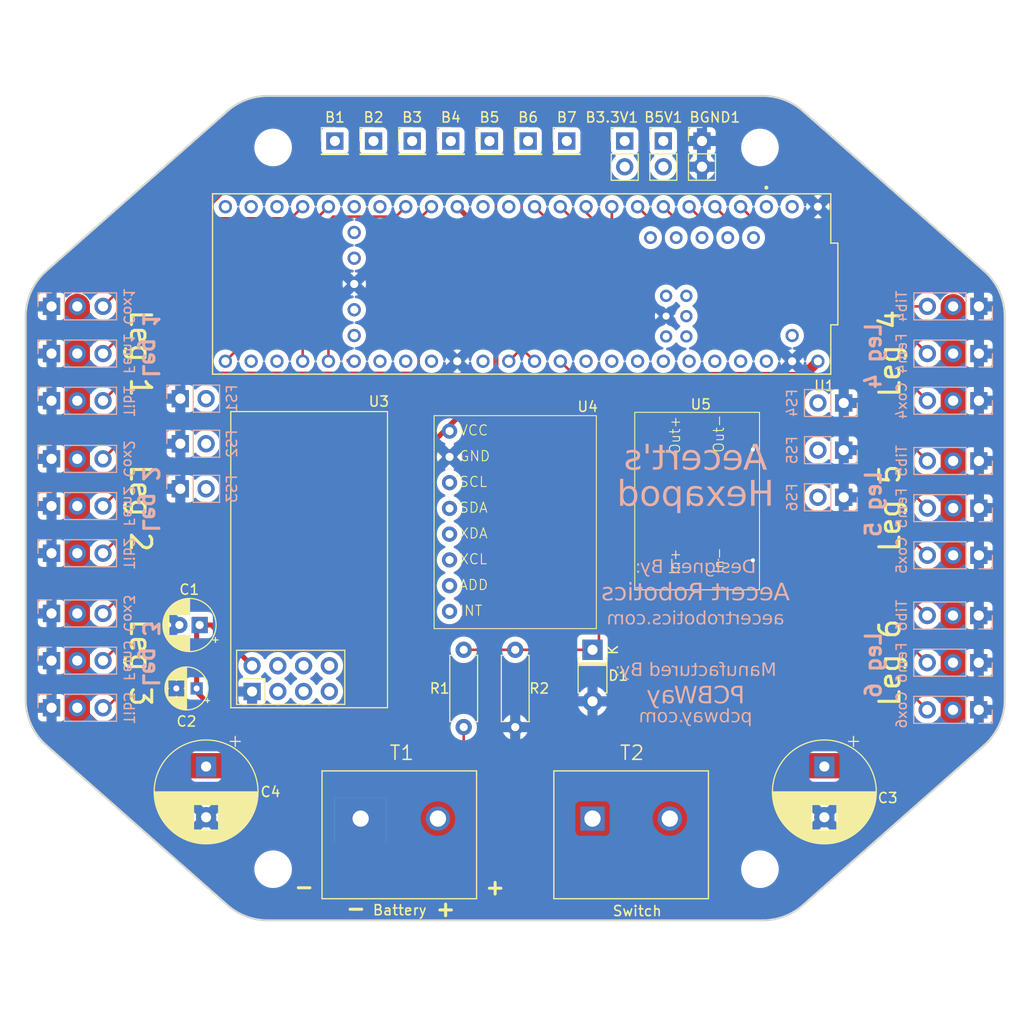
<source format=kicad_pcb>
(kicad_pcb (version 20221018) (generator pcbnew)
  (layers (0 "F.Cu" mixed) (1 "In1.Cu" mixed "In.Cu") (2 "In2.Cu" mixed) (31 "B.Cu" power "Ground.Cu") (34 "B.Paste" user) (35 "F.Paste" user) (36 "B.SilkS" user "B.Silkscreen") (37 "F.SilkS" user "F.Silkscreen") (38 "B.Mask" user) (39 "F.Mask" user) (44 "Edge.Cuts" user))
  (net 0 "")
  (net 3 "+3.3V")
  (net 12 "+5V")
  (net 15 "Net-(U1-USB_GND-PadUSB_GND1)")
  (net 17 "MOSI")
  (net 18 "MISO")
  (net 19 "SCK")
  (net 20 "Gyro SDA")
  (net 21 "Gyro SCL")
  (net 22 "CE")
  (net 23 "CSN")
  (net 25 "GND")
  (net 26 "Leg1 Coxa")
  (net 27 "Leg1 Femur")
  (net 28 "Leg1 Tibia")
  (net 29 "+BATT")
  (net 30 "Leg2 Coxa")
  (net 31 "Leg2 Femur")
  (net 32 "Leg2 Tibia")
  (net 33 "Leg3 Coxa")
  (net 34 "Leg3 Femur")
  (net 35 "Leg3 Tibia")
  (net 36 "Leg4 Coxa")
  (net 37 "Leg4 Femur")
  (net 38 "Leg4 Tibia")
  (net 39 "Leg5 Coxa")
  (net 40 "Leg5 Femur")
  (net 41 "Leg5 Tibia")
  (net 42 "Leg6 Coxa")
  (net 43 "Leg6 Femur")
  (net 44 "Leg6 Tibia")
  (net 45 "Teensy VIN")
  (net 51 "Battery Voltage Divider")
  (net 52 "Net-(T1-Pad2)")
  (net 53 "FS1")
  (net 54 "FS2")
  (net 55 "FS3")
  (net 56 "FS4")
  (net 57 "FS5")
  (net 58 "FS6")
  (net 59 "B1")
  (net 60 "B2")
  (net 61 "B3")
  (net 62 "B4")
  (net 63 "B5")
  (net 64 "B6")
  (net 65 "B7")
  (footprint "Connector_PinHeader_2.54mm:PinHeader_1x02_P2.54mm_Vertical" (layer "F.Cu") (at 161.925 65.4)
    (fp_text reference "BGND1")
    (fp_text value "Conn_01x02")
  )
  (footprint "Buck Converter 5V MP1584EN:Buck Converter 5V MP1584EN" (layer "F.Cu") (at 169.626 100.9015 90)
    (fp_text reference "U5")
    (fp_text value "Buck Converter 5V MP1584EN")
  )
  (footprint "MountingHole:MountingHole_3.2mm_M3" (layer "F.Cu") (at 167.64 137.202 90)
    (fp_text reference "H3" hide)
    (fp_text value "MountingHole")
  )
  (footprint "Connector_PinHeader_2.54mm:PinHeader_1x01_P2.54mm_Vertical" (layer "F.Cu") (at 148.59 65.405)
    (fp_text reference "B7")
    (fp_text value "Conn_01x01")
  )
  (footprint "Connector_PinHeader_2.54mm:PinHeader_1x01_P2.54mm_Vertical" (layer "F.Cu") (at 133.35 65.405)
    (fp_text reference "B3")
    (fp_text value "Conn_01x01")
  )
  (footprint "Connector_PinHeader_2.54mm:PinHeader_1x01_P2.54mm_Vertical" (layer "F.Cu") (at 144.78 65.405)
    (fp_text reference "B6")
    (fp_text value "Conn_01x01")
  )
  (footprint "MountingHole:MountingHole_3.2mm_M3" (layer "F.Cu") (at 119.64 66.04 90)
    (fp_text reference "H2" hide)
    (fp_text value "MountingHole")
  )
  (footprint "MountingHole:MountingHole_3.2mm_M3" (layer "F.Cu") (at 167.64 66.039999 90)
    (fp_text reference "H4" hide)
    (fp_text value "MountingHole")
  )
  (footprint "Connector_PinHeader_2.54mm:PinHeader_1x02_P2.54mm_Vertical" (layer "F.Cu") (at 158.115 65.4)
    (fp_text reference "B5V1")
    (fp_text value "Conn_01x02")
  )
  (footprint "MPU6050 THT:MPU6050 THT" (layer "F.Cu") (at 143.256 115.597)
    (fp_text reference "U4")
    (fp_text value "Gyro MPU6050")
  )
  (footprint "Resistor_THT:R_Axial_DIN0207_L6.3mm_D2.5mm_P7.62mm_Horizontal" (layer "F.Cu") (at 143.51 115.57 -90)
    (fp_text reference "R2")
    (fp_text value "R2")
  )
  (footprint "Capacitor_THT:CP_Radial_D10.0mm_P5.00mm" (layer "F.Cu") (at 113.03 127.08 -90)
    (fp_text reference "C4")
    (fp_text value "16V 1000uf")
  )
  (footprint "Connector_PinHeader_2.54mm:PinHeader_1x01_P2.54mm_Vertical" (layer "F.Cu") (at 129.54 65.405)
    (fp_text reference "B2")
    (fp_text value "Conn_01x01")
  )
  (footprint "Connector_PinHeader_2.54mm:PinHeader_1x01_P2.54mm_Vertical" (layer "F.Cu") (at 140.97 65.405)
    (fp_text reference "B5")
    (fp_text value "Conn_01x01")
  )
  (footprint "Terminal 2 Pin:CUI_TB005-762-02BE" (layer "F.Cu") (at 128.27 132.2125)
    (fp_text reference "T1")
    (fp_text value "Battery")
  )
  (footprint "MountingHole:MountingHole_3.2mm_M3" (layer "F.Cu") (at 119.640001 137.202 90)
    (fp_text reference "H1" hide)
    (fp_text value "MountingHole")
  )
  (footprint "Connector_PinHeader_2.54mm:PinHeader_1x01_P2.54mm_Vertical" (layer "F.Cu") (at 137.16 65.405)
    (fp_text reference "B4")
    (fp_text value "Conn_01x01")
  )
  (footprint "Connector_PinHeader_2.54mm:PinHeader_1x01_P2.54mm_Vertical" (layer "F.Cu") (at 125.73 65.405)
    (fp_text reference "B1")
    (fp_text value "Conn_01x01")
  )
  (footprint "Terminal 2 Pin:CUI_TB005-762-02BE" (layer "F.Cu") (at 151.13 132.2125)
    (fp_text reference "T2")
    (fp_text value "Switch")
  )
  (footprint "Capacitor_THT:CP_Radial_D4.0mm_P2.00mm" (layer "F.Cu") (at 112.0976 119.380001 180)
    (fp_text reference "C2")
    (fp_text value "50V 0.1uF")
  )
  (footprint "LOGO" (layer "F.Cu") (at 172.391472 113.876982)
    (fp_text reference "G***" hide)
    (fp_text value "LOGO" hide)
  )
  (footprint "Capacitor_THT:CP_Radial_D5.0mm_P2.00mm" (layer "F.Cu") (at 112.395 113.125 180)
    (fp_text reference "C1")
    (fp_text value "50V 10uF")
  )
  (footprint "Resistor_THT:R_Axial_DIN0207_L6.3mm_D2.5mm_P7.62mm_Horizontal" (layer "F.Cu") (at 138.43 123.19 90)
    (fp_text reference "R1")
    (fp_text value "R1")
  )
  (footprint "Diode_THT:D_T-1_P5.08mm_Horizontal" (layer "F.Cu") (at 151.13 115.57 -90)
    (fp_text reference "D1")
    (fp_text value "D_Zener")
  )
  (footprint "Connector_PinHeader_2.54mm:PinHeader_1x02_P2.54mm_Vertical" (layer "F.Cu") (at 154.305 65.405)
    (fp_text reference "B3.3V1")
    (fp_text value "Conn_01x02")
  )
  (footprint "Capacitor_THT:CP_Radial_D10.0mm_P5.00mm" (layer "F.Cu") (at 173.99 127.08 -90)
    (fp_text reference "C3")
    (fp_text value "16V 1000uf")
  )
  (footprint "RF_Module:nRF24L01_Breakout" (layer "F.Cu") (at 117.565 119.68 90)
    (fp_text reference "U3")
    (fp_text value "NRF24L01_Breakout")
  )
  (footprint "Teensy 4.1:MODULE_DEV-16771" (layer "F.Cu") (at 144.145 79.5 180)
    (fp_text reference "U1")
    (fp_text value "DEV-16771")
  )
  (footprint "Connector_PinHeader_2.54mm:PinHeader_1x03_P2.54mm_Vertical" (layer "B.Cu") (at 97.79 96.745001 -90)
    (fp_text reference "Cox2")
    (fp_text value "Conn_01x03")
  )
  (footprint "Connector_PinHeader_2.54mm:PinHeader_1x03_P2.54mm_Vertical" (layer "B.Cu") (at 189.21498 121.490001 90)
    (fp_text reference "Cox6")
    (fp_text value "Conn_01x03")
  )
  (footprint "Connector_PinHeader_2.54mm:PinHeader_1x03_P2.54mm_Vertical" (layer "B.Cu") (at 97.79 106.045001 -90)
    (fp_text reference "Tib2")
    (fp_text value "Conn_01x03")
  )
  (footprint "Connector_PinHeader_2.54mm:PinHeader_1x02_P2.54mm_Vertical" (layer "B.Cu") (at 175.9 91.235 90)
    (fp_text reference "FS4")
    (fp_text value "Foot Switch 4")
  )
  (footprint "Connector_PinHeader_2.54mm:PinHeader_1x03_P2.54mm_Vertical" (layer "B.Cu") (at 189.230001 106.25 90)
    (fp_text reference "Cox5")
    (fp_text value "Conn_01x03")
  )
  (footprint "Connector_PinHeader_2.54mm:PinHeader_1x03_P2.54mm_Vertical" (layer "B.Cu") (at 97.790001 91.01 -90)
    (fp_text reference "Tib1")
    (fp_text value "Conn_01x03")
  )
  (footprint "Connector_PinHeader_2.54mm:PinHeader_1x03_P2.54mm_Vertical" (layer "B.Cu") (at 189.23 86.36 90)
    (fp_text reference "Fem4")
    (fp_text value "Conn_01x03")
  )
  (footprint "Connector_PinHeader_2.54mm:PinHeader_1x03_P2.54mm_Vertical" (layer "B.Cu") (at 97.789999 116.635 -90)
    (fp_text reference "Fem3")
    (fp_text value "Conn_01x03")
  )
  (footprint "Connector_PinHeader_2.54mm:PinHeader_1x03_P2.54mm_Vertical" (layer "B.Cu") (at 189.214997 112.189999 90)
    (fp_text reference "Tib6")
    (fp_text value "Conn_01x03")
  )
  (footprint "Connector_PinHeader_2.54mm:PinHeader_1x03_P2.54mm_Vertical" (layer "B.Cu") (at 189.23 101.6 90)
    (fp_text reference "Fem5")
    (fp_text value "Conn_01x03")
  )
  (footprint "Connector_PinHeader_2.54mm:PinHeader_1x03_P2.54mm_Vertical" (layer "B.Cu") (at 97.790001 81.71 -90)
    (fp_text reference "Cox1")
    (fp_text value "Conn_01x03")
  )
  (footprint "Connector_PinHeader_2.54mm:PinHeader_1x02_P2.54mm_Vertical" (layer "B.Cu") (at 110.495 95.25 -90)
    (fp_text reference "FS2")
    (fp_text value "Foot Switch 2")
  )
  (footprint "Connector_PinHeader_2.54mm:PinHeader_1x02_P2.54mm_Vertical" (layer "B.Cu") (at 175.900001 95.885 90)
    (fp_text reference "FS5")
    (fp_text value "Foot Switch 5")
  )
  (footprint "Connector_PinHeader_2.54mm:PinHeader_1x03_P2.54mm_Vertical" (layer "B.Cu") (at 189.229992 91.01001 90)
    (fp_text reference "Cox4")
    (fp_text value "Conn_01x03")
  )
  (footprint "Connector_PinHeader_2.54mm:PinHeader_1x03_P2.54mm_Vertical" (layer "B.Cu") (at 97.790001 101.395 -90)
    (fp_text reference "Fem2")
    (fp_text value "Conn_01x03")
  )
  (footprint "Connector_PinHeader_2.54mm:PinHeader_1x03_P2.54mm_Vertical" (layer "B.Cu") (at 189.230001 96.95 90)
    (fp_text reference "Tib5")
    (fp_text value "Conn_01x03")
  )
  (footprint "Connector_PinHeader_2.54mm:PinHeader_1x03_P2.54mm_Vertical" (layer "B.Cu") (at 97.79 86.36 -90)
    (fp_text reference "Fem1")
    (fp_text value "Conn_01x03")
  )
  (footprint "Connector_PinHeader_2.54mm:PinHeader_1x03_P2.54mm_Vertical" (layer "B.Cu") (at 97.79 111.985 -90)
    (fp_text reference "Cox3")
    (fp_text value "Conn_01x03")
  )
  (footprint "Connector_PinHeader_2.54mm:PinHeader_1x02_P2.54mm_Vertical" (layer "B.Cu") (at 110.49 90.805 -90)
    (fp_text reference "FS1")
    (fp_text value "Foot Switch 1")
  )
  (footprint "Connector_PinHeader_2.54mm:PinHeader_1x03_P2.54mm_Vertical" (layer "B.Cu") (at 97.79 121.285 -90)
    (fp_text reference "Tib3")
    (fp_text value "Conn_01x03")
  )
  (footprint "Connector_PinHeader_2.54mm:PinHeader_1x02_P2.54mm_Vertical" (layer "B.Cu") (at 110.49 99.695 -90)
    (fp_text reference "FS3")
    (fp_text value "Foot Switch 3")
  )
  (footprint "Connector_PinHeader_2.54mm:PinHeader_1x02_P2.54mm_Vertical" (layer "B.Cu") (at 175.9 100.535 90)
    (fp_text reference "FS6")
    (fp_text value "Foot Switch 6")
  )
  (footprint "Connector_PinHeader_2.54mm:PinHeader_1x03_P2.54mm_Vertical" (layer "B.Cu") (at 189.215 116.84 90)
    (fp_text reference "Fem6")
    (fp_text value "Conn_01x03")
  )
  (footprint "Connector_PinHeader_2.54mm:PinHeader_1x03_P2.54mm_Vertical" (layer "B.Cu") (at 189.230008 81.710011 90)
    (fp_text reference "Tib4")
    (fp_text value "Conn_01x03")
  )
  (gr_line (start 115.138897 140.739027) (end 97.28027 124.981416) (stroke (width 0.2)) (layer "Edge.Cuts"))
  (gr_arc (start 115.138897 62.460973) (mid 116.98662 61.347782) (end 119.108627 60.96) (stroke (width 0.2)) (layer "Edge.Cuts"))
  (gr_arc (start 95.25 82.717612) (mid 95.781066 80.249652) (end 97.28027 78.218584) (stroke (width 0.2)) (layer "Edge.Cuts"))
  (gr_arc (start 191.77 120.482388) (mid 191.238934 122.950348) (end 189.73973 124.981416) (stroke (width 0.2)) (layer "Edge.Cuts"))
  (gr_arc (start 97.28027 124.981416) (mid 95.781074 122.950344) (end 95.25 120.482388) (stroke (width 0.2)) (layer "Edge.Cuts"))
  (gr_arc (start 171.881103 140.739027) (mid 170.03338 141.852218) (end 167.911373 142.24) (stroke (width 0.2)) (layer "Edge.Cuts"))
  (gr_arc (start 119.108627 142.24) (mid 116.986614 141.852234) (end 115.138897 140.739027) (stroke (width 0.2)) (layer "Edge.Cuts"))
  (gr_line (start 97.28027 78.218584) (end 115.138897 62.460973) (stroke (width 0.2)) (layer "Edge.Cuts"))
  (gr_line (start 191.77 82.717612) (end 191.77 120.482388) (stroke (width 0.2)) (layer "Edge.Cuts"))
  (gr_arc (start 167.911373 60.96) (mid 170.033386 61.347766) (end 171.881103 62.460973) (stroke (width 0.2)) (layer "Edge.Cuts"))
  (gr_line (start 119.108627 60.96) (end 167.911373 60.96) (stroke (width 0.2)) (layer "Edge.Cuts"))
  (gr_line (start 95.25 120.482388) (end 95.25 82.717612) (stroke (width 0.2)) (layer "Edge.Cuts"))
  (gr_line (start 171.881103 62.460973) (end 189.73973 78.218584) (stroke (width 0.2)) (layer "Edge.Cuts"))
  (gr_arc (start 189.73973 78.218584) (mid 191.238926 80.249656) (end 191.77 82.717612) (stroke (width 0.2)) (layer "Edge.Cuts"))
  (gr_line (start 167.911373 142.24) (end 119.108627 142.24) (stroke (width 0.2)) (layer "Edge.Cuts"))
  (gr_line (start 189.73973 124.981416) (end 171.881103 140.739027) (stroke (width 0.2)) (layer "Edge.Cuts"))
  (gr_text "Designed By:" (at 161.29 107.442) (layer "B.SilkS") (effects (font (size 1.3 1.3)) (justify mirror)))
  (gr_text "Manufactured By:" (at 161.29 117.602) (layer "B.SilkS") (effects (font (size 1.3 1.3)) (justify mirror)))
  (gr_text "pcbway.com" (at 161.29 122.174) (layer "B.SilkS") (effects (font (size 1.3 1.3) (thickness 0.23)) (justify mirror)))
  (gr_text "Leg 1" (at 106.68 88.9 -90) (layer "B.SilkS") (effects (font (size 1.5 1.5) (thickness 0.3) bold) (justify left bottom mirror)))
  (gr_text "Leg 6" (at 179.705 113.665 90) (layer "B.SilkS") (effects (font (size 1.5 1.5) (thickness 0.3) bold) (justify left bottom mirror)))
  (gr_text "Leg 2" (at 106.68 104.14 -90) (layer "B.SilkS") (effects (font (size 1.5 1.5) (thickness 0.3) bold) (justify left bottom mirror)))
  (gr_text "PCBWay" (at 161.29 120.142) (layer "B.SilkS") (effects (font (size 1.7 1.7) (thickness 0.23)) (justify mirror)))
  (gr_text "Aecert's" (at 161.29 96.774) (layer "B.SilkS") (effects (font (size 2.5 2.5) (thickness 0.25)) (justify mirror)))
  (gr_text "Hexapod" (at 161.29 100.33) (layer "B.SilkS") (effects (font (size 2.5 2.5) (thickness 0.25)) (justify mirror)))
  (gr_text "Leg 4" (at 179.705 83.185001 90) (layer "B.SilkS") (effects (font (size 1.5 1.5) (thickness 0.3) bold) (justify left bottom mirror)))
  (gr_text "Aecert Robotics" (at 161.29 109.982) (layer "B.SilkS") (effects (font (size 1.7 1.7) (thickness 0.23)) (justify mirror)))
  (gr_text "Leg 3" (at 106.68 119.38 -90) (layer "B.SilkS") (effects (font (size 1.5 1.5) (thickness 0.3) bold) (justify left bottom mirror)))
  (gr_text "aecertrobotics.com" (at 161.29 112.522) (layer "B.SilkS") (effects (font (size 1.3 1.3) (thickness 0.23)) (justify mirror)))
  (gr_text "Leg 5" (at 179.705 97.79 90) (layer "B.SilkS") (effects (font (size 1.5 1.5) (thickness 0.3) bold) (justify left bottom mirror)))
  (gr_text "Switch\n" (at 153.035 141.908246) (layer "F.SilkS") (effects (font (size 1 1)) (justify left bottom)))
  (gr_text "Leg 2" (at 105.41 101.6 270) (layer "F.SilkS") (effects (font (size 2 2) (thickness 0.3) bold) (justify bottom)))
  (gr_text "Leg 3" (at 105.41 116.84 270) (layer "F.SilkS") (effects (font (size 2 2) (thickness 0.3) bold) (justify bottom)))
  (gr_text "Battery\n" (at 132.125721 141.825631) (layer "F.SilkS") (effects (font (size 1 1)) (justify bottom)))
  (gr_text "+" (at 142.654557 139.847825) (layer "F.SilkS") (effects (font (size 1.5 1.5) (thickness 0.3)) (justify left bottom mirror)))
  (gr_text "Leg 6" (at 181.61 116.84 90) (layer "F.SilkS") (effects (font (size 2 2) (thickness 0.3) bold) (justify bottom)))
  (gr_text "Leg 1" (at 105.41 86.36 270) (layer "F.SilkS") (effects (font (size 2 2) (thickness 0.3) bold) (justify bottom)))
  (gr_text "Leg 5" (at 181.61 101.6 90) (layer "F.SilkS") (effects (font (size 2 2) (thickness 0.3) bold) (justify bottom)))
  (gr_text "-" (at 123.82072 139.804125) (layer "F.SilkS") (effects (font (size 1.5 1.5) (thickness 0.3) bold) (justify left bottom mirror)))
  (gr_text "-" (at 128.927442 141.921528) (layer "F.SilkS") (effects (font (size 1.5 1.5) (thickness 0.3) bold) (justify left bottom mirror)))
  (gr_text "+" (at 137.774768 141.988049) (layer "F.SilkS") (effects (font (size 1.5 1.5) (thickness 0.3)) (justify left bottom mirror)))
  (gr_text "Leg 4" (at 181.61 86.36 90) (layer "F.SilkS") (effects (font (size 2 2) (thickness 0.3) bold) (justify bottom)))
  (segment (start 117.265 116.84) (end 117.565 117.14) (width 0.25) (layer "F.Cu") (net 3))
  (segment (start 112.0976 119.7176) (end 115.57 123.19) (width 0.5) (layer "F.Cu") (net 3))
  (segment (start 112.0976 119.380001) (end 112.0976 119.7176) (width 0.5) (layer "F.Cu") (net 3))
  (segment (start 112.0976 113.4224) (end 112.395 113.125) (width 0.5) (layer "F.Cu") (net 3))
  (segment (start 141.605 88.899999) (end 137.034 93.470999) (width 0.5) (layer "F.Cu") (net 3))
  (segment (start 115.57 123.19) (end 128.27 123.19) (width 0.5) (layer "F.Cu") (net 3))
  (segment (start 112.395 113.125) (end 113.55 113.125) (width 0.5) (layer "F.Cu") (net 3))
  (segment (start 113.55 113.125) (end 117.565 117.14) (width 0.5) (layer "F.Cu") (net 3))
  (segment (start 137.034 93.470999) (end 137.034 94.007) (width 0.5) (layer "F.Cu") (net 3))
  (segment (start 128.27 123.19) (end 133.985 117.475) (width 0.5) (layer "F.Cu") (net 3))
  (segment (start 133.985 96.519999) (end 141.605 88.899999) (width 0.5) (layer "F.Cu") (net 3))
  (segment (start 141.605 88.899999) (end 141.605 75.69) (width 0.5) (layer "F.Cu") (net 3))
  (segment (start 141.605 75.69) (end 137.795 71.88) (width 0.5) (layer "F.Cu") (net 3))
  (segment (start 112.0976 119.380001) (end 112.0976 113.4224) (width 0.5) (layer "F.Cu") (net 3))
  (segment (start 133.985 117.475) (end 133.985 96.519999) (width 0.5) (layer "F.Cu") (net 3))
  (segment (start 122.645 117.139999) (end 122.645 116.923949) (width 0.25) (layer "F.Cu") (net 17))
  (segment (start 120.105 117.14) (end 120.825344 117.139999) (width 0.25) (layer "F.Cu") (net 23))
  (via (at 166.944 106.7435) (size 0.8) (drill 0.4) (layers "F.Cu" "B.Cu") (net 25))
  (via (at 166.944 95.8215) (size 0.8) (drill 0.4) (layers "F.Cu" "B.Cu") (net 25))
  (segment (start 179.07 85.734772) (end 172.369228 79.034) (width 0.25) (layer "F.Cu") (net 26))
  (segment (start 179.07 116.425021) (end 179.07 85.734772) (width 0.25) (layer "F.Cu") (net 26))
  (segment (start 152.569 79.034) (end 145.415 71.88) (width 0.25) (layer "F.Cu") (net 26))
  (segment (start 184.13498 121.490001) (end 179.07 116.425021) (width 0.25) (layer "F.Cu") (net 26))
  (segment (start 172.369228 79.034) (end 152.569 79.034) (width 0.25) (layer "F.Cu") (net 26))
  (segment (start 172.555624 78.584) (end 154.659 78.584) (width 0.25) (layer "F.Cu") (net 27))
  (segment (start 184.135 116.84) (end 179.705 112.41) (width 0.25) (layer "F.Cu") (net 27))
  (segment (start 179.705 85.733377) (end 172.555624 78.584) (width 0.25) (layer "F.Cu") (net 27))
  (segment (start 154.659 78.584) (end 147.955 71.88) (width 0.25) (layer "F.Cu") (net 27))
  (segment (start 179.705 112.41) (end 179.705 85.733377) (width 0.25) (layer "F.Cu") (net 27))
  (segment (start 150.495 72.4525) (end 150.494999 71.88) (width 0.25) (layer "F.Cu") (net 28))
  (segment (start 172.74202 78.134) (end 156.1765 78.134) (width 0.25) (layer "F.Cu") (net 28))
  (segment (start 180.26 85.65198) (end 172.74202 78.134) (width 0.25) (layer "F.Cu") (net 28))
  (segment (start 184.134996 112.189999) (end 180.26 108.315003) (width 0.25) (layer "F.Cu") (net 28))
  (segment (start 180.26 108.315003) (end 180.26 85.65198) (width 0.25) (layer "F.Cu") (net 28))
  (segment (start 156.1765 78.134) (end 150.495 72.4525) (width 0.25) (layer "F.Cu") (net 28))
  (segment (start 155.575 127) (end 152.4 127) (width 2.5) (layer "F.Cu") (net 29))
  (segment (start 156.845 106.8245) (end 156.845 114.935) (width 2.5) (layer "F.Cu") (net 29))
  (segment (start 158.75 130.175) (end 161.925 127) (width 2.5) (layer "F.Cu") (net 29))
  (segment (start 152.4 127) (end 138.43 127) (width 2.5) (layer "F.Cu") (net 29))
  (segment (start 156.926 106.7435) (end 156.845 106.8245) (width 2.5) (layer "F.Cu") (net 29))
  (segment (start 164.465 127) (end 165.1 126.365) (width 1) (layer "F.Cu") (net 29))
  (segment (start 100.330001 81.71) (end 100.315 81.709999) (width 2) (layer "F.Cu") (net 29))
  (segment (start 156.845 114.935) (end 158.75 116.84) (width 2.5) (layer "F.Cu") (net 29))
  (segment (start 186.70502 124.44498) (end 186.70502 81.740023) (width 2.5) (layer "F.Cu") (net 29))
  (segment (start 186.70502 81.740023) (end 186.674996 81.709999) (width 2) (layer "F.Cu") (net 29))
  (segment (start 100.33 122.347057) (end 100.330001 81.71) (width 2.5) (layer "F.Cu") (net 29))
  (segment (start 138.43 127) (end 104.982943 127) (width 2.5) (layer "F.Cu") (net 29))
  (segment (start 138.43 123.19) (end 138.43 127) (width 0.25) (layer "F.Cu") (net 29))
  (segment (start 158.75 116.84) (end 158.75 130.175) (width 2.5) (layer "F.Cu") (net 29))
  (segment (start 184.15 127) (end 186.70502 124.44498) (width 2.5) (layer "F.Cu") (net 29))
  (segment (start 104.982943 127) (end 100.33 122.347057) (width 2.5) (layer "F.Cu") (net 29))
  (segment (start 158.75 130.175) (end 155.575 127) (width 2.5) (layer "F.Cu") (net 29))
  (segment (start 158.75 130.175) (end 158.75 133.4825) (width 5) (layer "F.Cu") (net 29))
  (segment (start 161.925 127) (end 184.15 127) (width 2.5) (layer "F.Cu") (net 29))
  (segment (start 153.035001 73.063769) (end 153.035001 71.88) (width 0.25) (layer "F.Cu") (net 30))
  (segment (start 157.655231 77.684) (end 153.035001 73.063769) (width 0.25) (layer "F.Cu") (net 30))
  (segment (start 172.928416 77.684) (end 157.655231 77.684) (width 0.25) (layer "F.Cu") (net 30))
  (segment (start 184.150001 106.25) (end 180.71 102.809999) (width 0.25) (layer "F.Cu") (net 30))
  (segment (start 180.71 102.809999) (end 180.71 85.465584) (width 0.25) (layer "F.Cu") (net 30))
  (segment (start 180.71 85.465584) (end 172.928416 77.684) (width 0.25) (layer "F.Cu") (net 30))
  (segment (start 158.115 74.42) (end 155.575 71.88) (width 0.25) (layer "F.Cu") (net 31))
  (segment (start 158.115 76.2) (end 158.115 74.42) (width 0.25) (layer "F.Cu") (net 31))
  (segment (start 184.150001 101.6) (end 181.16 98.61) (width 0.25) (layer "F.Cu") (net 31))
  (segment (start 173.114812 77.234) (end 159.149 77.234) (width 0.25) (layer "F.Cu") (net 31))
  (segment (start 159.149 77.234) (end 158.115 76.2) (width 0.25) (layer "F.Cu") (net 31))
  (segment (start 181.16 85.279188) (end 173.114812 77.234) (width 0.25) (layer "F.Cu") (net 31))
  (segment (start 181.16 98.61) (end 181.16 85.279188) (width 0.25) (layer "F.Cu") (net 31))
  (segment (start 184.150001 96.95) (end 181.61 94.409999) (width 0.25) (layer "F.Cu") (net 32))
  (segment (start 160.655 74.42) (end 158.115 71.88) (width 0.25) (layer "F.Cu") (net 32))
  (segment (start 173.301208 76.784) (end 161.835231 76.784) (width 0.25) (layer "F.Cu") (net 32))
  (segment (start 160.655 75.603769) (end 160.655 74.42) (width 0.25) (layer "F.Cu") (net 32))
  (segment (start 181.61 85.092792) (end 173.301208 76.784) (width 0.25) (layer "F.Cu") (net 32))
  (segment (start 161.835231 76.784) (end 160.655 75.603769) (width 0.25) (layer "F.Cu") (net 32))
  (segment (start 181.61 94.409999) (end 181.61 85.092792) (width 0.25) (layer "F.Cu") (net 32))
  (segment (start 182.245 89.105018) (end 182.245 85.091396) (width 0.25) (layer "F.Cu") (net 33))
  (segment (start 184.149992 91.01001) (end 182.245 89.105018) (width 0.25) (layer "F.Cu") (net 33))
  (segment (start 163.195 75.603769) (end 163.195 74.42) (width 0.25) (layer "F.Cu") (net 33))
  (segment (start 163.925231 76.334) (end 163.195 75.603769) (width 0.25) (layer "F.Cu") (net 33))
  (segment (start 173.487604 76.334) (end 163.925231 76.334) (width 0.25) (layer "F.Cu") (net 33))
  (segment (start 182.245 85.091396) (end 173.487604 76.334) (width 0.25) (layer "F.Cu") (net 33))
  (segment (start 163.195 74.42) (end 160.655 71.88) (width 0.25) (layer "F.Cu") (net 33))
  (segment (start 173.673302 75.884698) (end 171.448604 73.66) (width 0.25) (layer "F.Cu") (net 34))
  (segment (start 184.15 86.36) (end 173.674 75.884) (width 0.25) (layer "F.Cu") (net 34))
  (segment (start 164.975001 73.66) (end 163.195 71.879999) (width 0.25) (layer "F.Cu") (net 34))
  (segment (start 171.448604 73.66) (end 164.975001 73.66) (width 0.25) (layer "F.Cu") (net 34))
  (segment (start 165.735 71.88) (end 167.065 73.21) (width 0.25) (layer "F.Cu") (net 35))
  (segment (start 180.141951 81.710011) (end 184.150009 81.710011) (width 0.25) (layer "F.Cu") (net 35))
  (segment (start 167.065 73.21) (end 171.64194 73.21) (width 0.25) (layer "F.Cu") (net 35))
  (segment (start 171.64194 73.21) (end 180.141951 81.710011) (width 0.25) (layer "F.Cu") (net 35))
  (segment (start 102.869999 111.985) (end 107.05 107.805) (width 0.25) (layer "F.Cu") (net 36))
  (segment (start 107.05 107.805) (end 107.05 81.348378) (width 0.25) (layer "F.Cu") (net 36))
  (segment (start 113.573379 74.825) (end 118.003603 74.825) (width 0.25) (layer "F.Cu") (net 36))
  (segment (start 107.05 81.348378) (end 113.573379 74.825) (width 0.25) (layer "F.Cu") (net 36))
  (segment (start 118.003603 74.825) (end 122.554999 79.376396) (width 0.25) (layer "F.Cu") (net 36))
  (segment (start 122.554999 79.376396) (end 122.555 87.12) (width 0.25) (layer "F.Cu") (net 36))
  (segment (start 102.869999 116.635) (end 107.5 112.004999) (width 0.25) (layer "F.Cu") (net 37))
  (segment (start 116.55 75.275) (end 117.817208 76.542208) (width 0.25) (layer "F.Cu") (net 37))
  (segment (start 113.759773 75.275) (end 116.55 75.275) (width 0.25) (layer "F.Cu") (net 37))
  (segment (start 117.817208 76.542208) (end 117.817209 84.237792) (width 0.25) (layer "F.Cu") (net 37))
  (segment (start 107.5 81.534774) (end 113.759773 75.275) (width 0.25) (layer "F.Cu") (net 37))
  (segment (start 117.817209 84.237792) (end 114.935 87.12) (width 0.25) (layer "F.Cu") (net 37))
  (segment (start 107.5 112.004999) (end 107.5 81.534774) (width 0.25) (layer "F.Cu") (net 37))
  (segment (start 103.205 121.285) (end 107.95 116.54) (width 0.25) (layer "F.Cu") (net 38))
  (segment (start 107.95 116.54) (end 107.95 90.805) (width 0.25) (layer "F.Cu") (net 38))
  (segment (start 102.869999 121.285) (end 103.205 121.285) (width 0.25) (layer "F.Cu") (net 38))
  (segment (start 107.95 90.805) (end 110.49 88.265) (width 0.25) (layer "F.Cu") (net 38))
  (segment (start 133.985 87.63) (end 133.985 73.15) (width 0.25) (layer "F.Cu") (net 38))
  (segment (start 133.35 88.265) (end 133.985 87.63) (width 0.25) (layer "F.Cu") (net 38))
  (segment (start 110.49 88.265) (end 133.35 88.265) (width 0.25) (layer "F.Cu") (net 38))
  (segment (start 133.985 73.15) (end 135.255 71.88) (width 0.25) (layer "F.Cu") (net 38))
  (segment (start 123.5 73.475) (end 125.095 71.88) (width 0.25) (layer "F.Cu") (net 39))
  (segment (start 113.01419 73.475) (end 123.5 73.475) (width 0.25) (layer "F.Cu") (net 39))
  (segment (start 102.87 96.745) (end 105.7 93.915) (width 0.25) (layer "F.Cu") (net 39))
  (segment (start 105.7 93.915) (end 105.7 80.789191) (width 0.25) (layer "F.Cu") (net 39))
  (segment (start 105.7 80.789191) (end 113.01419 73.475) (width 0.25) (layer "F.Cu") (net 39))
  (segment (start 131.736 72.859) (end 132.715 71.88) (width 0.25) (layer "F.Cu") (net 40))
  (segment (start 124.490768 73.925) (end 125.556768 72.859) (width 0.25) (layer "F.Cu") (net 40))
  (segment (start 113.200586 73.925) (end 124.490768 73.925) (width 0.25) (layer "F.Cu") (net 40))
  (segment (start 125.556768 72.859) (end 131.736 72.859) (width 0.25) (layer "F.Cu") (net 40))
  (segment (start 102.870001 101.395) (end 106.15 98.115001) (width 0.25) (layer "F.Cu") (net 40))
  (segment (start 106.15 98.115001) (end 106.15 80.975586) (width 0.25) (layer "F.Cu") (net 40))
  (segment (start 106.15 80.975586) (end 113.200586 73.925) (width 0.25) (layer "F.Cu") (net 40))
  (segment (start 102.87 106.045) (end 106.6 102.315) (width 0.25) (layer "F.Cu") (net 41))
  (segment (start 125.095 81.28) (end 125.095 87.12) (width 0.25) (layer "F.Cu") (net 41))
  (segment (start 118.19 74.375) (end 125.095 81.28) (width 0.25) (layer "F.Cu") (net 41))
  (segment (start 106.6 102.315) (end 106.6 81.161982) (width 0.25) (layer "F.Cu") (net 41))
  (segment (start 106.6 81.161982) (end 113.386982 74.375) (width 0.25) (layer "F.Cu") (net 41))
  (segment (start 113.386982 74.375) (end 118.19 74.375) (width 0.25) (layer "F.Cu") (net 41))
  (segment (start 143.061396 69.400001) (end 115.180001 69.4) (width 0.25) (layer "F.Cu") (net 42))
  (segment (start 145.415 87.12) (end 144.145 85.85) (width 0.25) (layer "F.Cu") (net 42))
  (segment (start 115.180001 69.4) (end 102.870001 81.71) (width 0.25) (layer "F.Cu") (net 42))
  (segment (start 144.145 70.483604) (end 143.061396 69.400001) (width 0.25) (layer "F.Cu") (net 42))
  (segment (start 144.145 85.85) (end 144.145 70.483604) (width 0.25) (layer "F.Cu") (net 42))
  (segment (start 141.605 70.485) (end 140.97 69.85) (width 0.25) (layer "F.Cu") (net 43))
  (segment (start 140.97 69.85) (end 115.366397 69.85) (width 0.25) (layer "F.Cu") (net 43))
  (segment (start 115.366397 69.85) (end 104.8 80.416398) (width 0.25) (layer "F.Cu") (net 43))
  (segment (start 143.695 74.48) (end 141.605001 72.39) (width 0.25) (layer "F.Cu") (net 43))
  (segment (start 143.695 86.3) (end 143.695 74.48) (width 0.25) (layer "F.Cu") (net 43))
  (segment (start 141.605001 72.39) (end 141.605 70.485) (width 0.25) (layer "F.Cu") (net 43))
  (segment (start 104.8 84.43) (end 102.87 86.36) (width 0.25) (layer "F.Cu") (net 43))
  (segment (start 104.8 80.416398) (end 104.8 84.43) (width 0.25) (layer "F.Cu") (net 43))
  (segment (start 142.875 87.12) (end 143.695 86.3) (width 0.25) (layer "F.Cu") (net 43))
  (segment (start 105.25 80.602794) (end 105.25 88.630001) (width 0.25) (layer "F.Cu") (net 44))
  (segment (start 112.827793 73.025) (end 105.25 80.602794) (width 0.25) (layer "F.Cu") (net 44))
  (segment (start 105.25 88.630001) (end 102.870001 91.01) (width 0.25) (layer "F.Cu") (net 44))
  (segment (start 121.41 73.025) (end 112.827793 73.025) (width 0.25) (layer "F.Cu") (net 44))
  (segment (start 122.555 71.88) (end 121.41 73.025) (width 0.25) (layer "F.Cu") (net 44))
  (segment (start 173.355 87.12) (end 171.83 88.645) (width 1) (layer "F.Cu") (net 45))
  (segment (start 171.83 88.645) (end 171.45 88.645) (width 1) (layer "F.Cu") (net 45))
  (segment (start 171.83 88.645) (end 171.807008 88.667992) (width 1) (layer "F.Cu") (net 45))
  (segment (start 171.807008 88.667992) (end 161.539508 88.667992) (width 1) (layer "F.Cu") (net 45))
  (segment (start 161.539508 88.667992) (end 156.926 93.2815) (width 1) (layer "F.Cu") (net 45))
  (segment (start 156.926 93.2815) (end 157.6 93.2815) (width 1) (layer "F.Cu") (net 45))
  (segment (start 151.13 115.57) (end 143.51 115.57) (width 0.25) (layer "F.Cu") (net 51))
  (segment (start 138.43 115.57) (end 143.51 115.57) (width 0.25) (layer "F.Cu") (net 51))
  (segment (start 147.955 87.12) (end 151.765 90.93) (width 0.25) (layer "F.Cu") (net 51))
  (segment (start 151.765 90.93) (end 151.765 114.935) (width 0.25) (layer "F.Cu") (net 51))
  (segment (start 151.765 114.935) (end 151.13 115.57) (width 0.25) (layer "F.Cu") (net 51))
  (segment (start 135.89 132.2125) (end 151.13 132.2125) (width 5) (layer "F.Cu") (net 52))
  (segment (start 127 86.993604) (end 127 87.12) (width 0.25) (layer "F.Cu") (net 55))
  (zone (net 0) (net_name "") (layer "F.Cu") (priority 1) (connect_pads (clearance 0.5)) (min_thickness 0.25) (fill yes (thermal_gap 0.5) (thermal_bridge_width 0.5) (smoothing fillet) (radius 1) (island_removal_mode 1) (island_area_min 10))
    (polygon (pts (xy 164.771472 123.401982) (xy 179.376472 123.401982) (xy 172.234313 101.176982)))
  )
  (zone locked (net 25) (net_name "GND") (layer "B.Cu") (priority 2) (connect_pads yes (clearance 0.5)) (min_thickness 0.25) (fill yes (thermal_gap 0.5) (thermal_bridge_width 1) (island_removal_mode 1) (island_area_min 10))
    (polygon (pts (xy 125.73 130.175) (xy 130.81 130.175) (xy 130.81 134.62) (xy 125.73 134.62)))
  )
  (zone locked (net 25) (net_name "GND") (layer "B.Cu") (connect_pads (clearance 0.5)) (min_thickness 0.25) (fill yes (thermal_gap 0.5) (thermal_bridge_width 1) (island_removal_mode 1) (island_area_min 10))
    (polygon (pts (xy 93.345 57.785) (xy 92.71 145.415) (xy 193.675 145.415) (xy 193.675 57.785)))
  )
)
</source>
